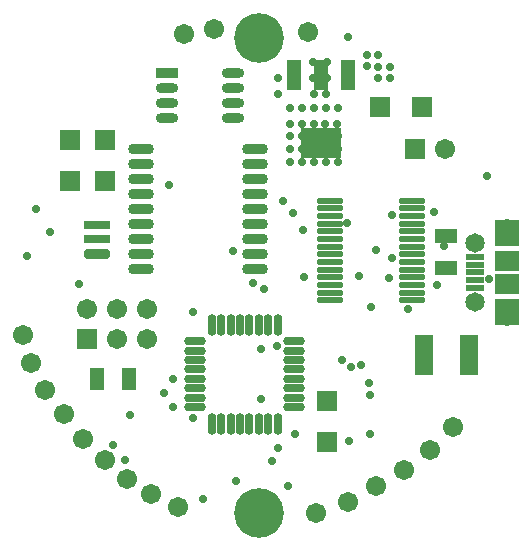
<source format=gts>
G04*
G04 #@! TF.GenerationSoftware,Altium Limited,Altium Designer,18.1.7 (191)*
G04*
G04 Layer_Color=8388736*
%FSLAX44Y44*%
%MOMM*%
G71*
G01*
G75*
%ADD31R,1.6032X3.5032*%
%ADD32R,1.7032X1.7032*%
%ADD33R,1.3032X1.9032*%
%ADD34O,1.8532X0.7532*%
%ADD35O,0.7532X1.8532*%
%ADD36R,2.2032X0.8032*%
G04:AMPARAMS|DCode=37|XSize=0.8032mm|YSize=2.2032mm|CornerRadius=0.2516mm|HoleSize=0mm|Usage=FLASHONLY|Rotation=90.000|XOffset=0mm|YOffset=0mm|HoleType=Round|Shape=RoundedRectangle|*
%AMROUNDEDRECTD37*
21,1,0.8032,1.7000,0,0,90.0*
21,1,0.3000,2.2032,0,0,90.0*
1,1,0.5032,0.8500,0.1500*
1,1,0.5032,0.8500,-0.1500*
1,1,0.5032,-0.8500,-0.1500*
1,1,0.5032,-0.8500,0.1500*
%
%ADD37ROUNDEDRECTD37*%
%ADD38O,2.2032X0.9032*%
%ADD39O,2.3032X0.5532*%
%ADD40R,1.9032X1.3032*%
%ADD41R,2.1032X2.3032*%
%ADD42R,2.1032X1.7032*%
%ADD43R,1.5532X0.6032*%
%ADD44R,1.7032X1.7032*%
%ADD45R,1.2032X2.6032*%
%ADD46R,3.5032X2.6032*%
%ADD47O,1.9032X0.8532*%
%ADD48R,1.9032X0.8532*%
%ADD49C,1.7032*%
%ADD50C,1.6532*%
%ADD51C,2.0032*%
%ADD52C,0.7032*%
%ADD53C,4.2032*%
D31*
X1567750Y601750D02*
D03*
X1605750D02*
D03*
D32*
X1485250Y527500D02*
D03*
Y562500D02*
D03*
X1268000Y783750D02*
D03*
Y748750D02*
D03*
X1297250Y749000D02*
D03*
Y784000D02*
D03*
D33*
X1317500Y581370D02*
D03*
X1290500D02*
D03*
D34*
X1373690Y613370D02*
D03*
Y605370D02*
D03*
Y597370D02*
D03*
Y589370D02*
D03*
Y581370D02*
D03*
Y573370D02*
D03*
Y565370D02*
D03*
Y557370D02*
D03*
X1457690D02*
D03*
Y565370D02*
D03*
Y573370D02*
D03*
Y581370D02*
D03*
Y589370D02*
D03*
Y597370D02*
D03*
Y605370D02*
D03*
Y613370D02*
D03*
D35*
X1387690Y543370D02*
D03*
X1395690D02*
D03*
X1403690D02*
D03*
X1411690D02*
D03*
X1419690D02*
D03*
X1427690D02*
D03*
X1435690D02*
D03*
X1443690D02*
D03*
Y627370D02*
D03*
X1435690D02*
D03*
X1427690D02*
D03*
X1419690D02*
D03*
X1411690D02*
D03*
X1403690D02*
D03*
X1395690D02*
D03*
X1387690D02*
D03*
D36*
X1290250Y711500D02*
D03*
Y699500D02*
D03*
D37*
Y687500D02*
D03*
D38*
X1424250Y674450D02*
D03*
Y687150D02*
D03*
Y699850D02*
D03*
Y712550D02*
D03*
Y725250D02*
D03*
Y737950D02*
D03*
Y750650D02*
D03*
Y763350D02*
D03*
Y776050D02*
D03*
X1328250Y674450D02*
D03*
Y687150D02*
D03*
Y699850D02*
D03*
Y712550D02*
D03*
Y725250D02*
D03*
Y737950D02*
D03*
Y750650D02*
D03*
Y763350D02*
D03*
Y776050D02*
D03*
D39*
X1488000Y732250D02*
D03*
Y725750D02*
D03*
Y719250D02*
D03*
Y712750D02*
D03*
Y706250D02*
D03*
Y699750D02*
D03*
Y693250D02*
D03*
Y686750D02*
D03*
Y680250D02*
D03*
Y673750D02*
D03*
Y667250D02*
D03*
Y660750D02*
D03*
Y654250D02*
D03*
Y647750D02*
D03*
X1557000Y732250D02*
D03*
Y725750D02*
D03*
Y719250D02*
D03*
Y712750D02*
D03*
Y706250D02*
D03*
Y699750D02*
D03*
Y693250D02*
D03*
Y686750D02*
D03*
Y680250D02*
D03*
Y673750D02*
D03*
Y667250D02*
D03*
Y660750D02*
D03*
Y654250D02*
D03*
Y647750D02*
D03*
D40*
X1585750Y674924D02*
D03*
Y701924D02*
D03*
D41*
X1637500Y638000D02*
D03*
Y705000D02*
D03*
D42*
Y661500D02*
D03*
Y681500D02*
D03*
D43*
X1610500Y671500D02*
D03*
Y678000D02*
D03*
Y665000D02*
D03*
Y684500D02*
D03*
Y658500D02*
D03*
D44*
X1530500Y811250D02*
D03*
X1565500D02*
D03*
X1281850Y614750D02*
D03*
X1559500Y775750D02*
D03*
D45*
X1503500Y839000D02*
D03*
X1480500D02*
D03*
X1457500D02*
D03*
D46*
X1480500Y781000D02*
D03*
D47*
X1405873Y801950D02*
D03*
Y814650D02*
D03*
Y827350D02*
D03*
Y840050D02*
D03*
X1349874Y801950D02*
D03*
Y814650D02*
D03*
Y827350D02*
D03*
D48*
Y840050D02*
D03*
D49*
X1584900Y775750D02*
D03*
X1307250Y614750D02*
D03*
X1332650Y614750D02*
D03*
X1281850Y640150D02*
D03*
X1307250Y640150D02*
D03*
X1332650Y640150D02*
D03*
X1389634Y877316D02*
D03*
X1364234Y873506D02*
D03*
X1297750Y512690D02*
D03*
X1234579Y595000D02*
D03*
X1227750Y618353D02*
D03*
X1246629Y572000D02*
D03*
X1278750Y530750D02*
D03*
X1262500Y551500D02*
D03*
X1316250Y496750D02*
D03*
X1336750Y483619D02*
D03*
X1359468Y473000D02*
D03*
X1476081Y467750D02*
D03*
X1502750Y477250D02*
D03*
X1526750Y490250D02*
D03*
X1550750Y504500D02*
D03*
X1572500Y521000D02*
D03*
X1469500Y875000D02*
D03*
X1592000Y541000D02*
D03*
D50*
X1610500Y696500D02*
D03*
Y646500D02*
D03*
D51*
X1637500Y636500D02*
D03*
Y706500D02*
D03*
D52*
X1465750Y668000D02*
D03*
X1456500Y721613D02*
D03*
X1458112Y832250D02*
D03*
X1485550Y850000D02*
D03*
X1473694Y849636D02*
D03*
X1485550Y836426D02*
D03*
X1473694D02*
D03*
X1444200D02*
D03*
X1443806Y822695D02*
D03*
X1474046D02*
D03*
X1484126D02*
D03*
X1539073Y836060D02*
D03*
Y845750D02*
D03*
X1494616Y764974D02*
D03*
X1464376Y786855D02*
D03*
X1494616D02*
D03*
X1484536Y764974D02*
D03*
X1494616Y775750D02*
D03*
X1484536D02*
D03*
Y786855D02*
D03*
X1474456D02*
D03*
Y775750D02*
D03*
X1464376D02*
D03*
X1452250Y490250D02*
D03*
X1400873Y840250D02*
D03*
Y827500D02*
D03*
X1622250Y665576D02*
D03*
X1521240Y578250D02*
D03*
X1521693Y567871D02*
D03*
X1505750Y591000D02*
D03*
X1578250Y660750D02*
D03*
X1458112Y534750D02*
D03*
X1443690Y522940D02*
D03*
X1314750Y513000D02*
D03*
X1303814Y525026D02*
D03*
X1372000Y638055D02*
D03*
X1512283Y668585D02*
D03*
X1351750Y745250D02*
D03*
X1621250Y752714D02*
D03*
X1239000Y725174D02*
D03*
X1251000Y705750D02*
D03*
X1231500Y685250D02*
D03*
X1380250Y479250D02*
D03*
X1408500Y495250D02*
D03*
X1503250Y871000D02*
D03*
Y845750D02*
D03*
X1454296Y786855D02*
D03*
X1503500Y832000D02*
D03*
X1528878Y836060D02*
D03*
Y845754D02*
D03*
X1519085Y846004D02*
D03*
X1528800Y855669D02*
D03*
X1519085D02*
D03*
X1494120Y797371D02*
D03*
X1494514Y811102D02*
D03*
X1484040Y797371D02*
D03*
X1484434Y811102D02*
D03*
X1473960Y797371D02*
D03*
X1474354Y811102D02*
D03*
X1463880Y797371D02*
D03*
X1464274Y811102D02*
D03*
X1453800Y797371D02*
D03*
X1454194Y811102D02*
D03*
X1454296Y775750D02*
D03*
X1474456Y764974D02*
D03*
X1464376D02*
D03*
X1454296D02*
D03*
X1521500Y534816D02*
D03*
X1503750Y529000D02*
D03*
X1454856Y589580D02*
D03*
X1452250Y581250D02*
D03*
X1442750Y609000D02*
D03*
X1498250Y597250D02*
D03*
X1514250Y593500D02*
D03*
X1371500Y548500D02*
D03*
X1354750Y557370D02*
D03*
X1439000Y512000D02*
D03*
X1275760Y661672D02*
D03*
X1347000Y569000D02*
D03*
X1354750Y581500D02*
D03*
X1584198Y693674D02*
D03*
X1540510Y683768D02*
D03*
X1526750Y690500D02*
D03*
X1432306Y657352D02*
D03*
X1448054Y732250D02*
D03*
X1540510Y720344D02*
D03*
X1290250Y699500D02*
D03*
X1368552Y597408D02*
D03*
X1378966Y581406D02*
D03*
X1554226Y640588D02*
D03*
X1575562Y722630D02*
D03*
X1537930Y666790D02*
D03*
X1522984Y642112D02*
D03*
X1501902Y713486D02*
D03*
X1344657Y814514D02*
D03*
X1422400Y662432D02*
D03*
X1405890Y689356D02*
D03*
X1318260Y550672D02*
D03*
X1435750Y548500D02*
D03*
X1601000Y591750D02*
D03*
Y611500D02*
D03*
X1419690Y548500D02*
D03*
X1411500Y622250D02*
D03*
X1429500Y564250D02*
D03*
Y606750D02*
D03*
X1465250Y707250D02*
D03*
X1561250Y811250D02*
D03*
X1400873Y814750D02*
D03*
X1417250Y763500D02*
D03*
Y776000D02*
D03*
X1452250Y557250D02*
D03*
X1485000Y561500D02*
D03*
X1268000Y748750D02*
D03*
X1297250Y749000D02*
D03*
D53*
X1427794Y467750D02*
D03*
Y869937D02*
D03*
M02*

</source>
